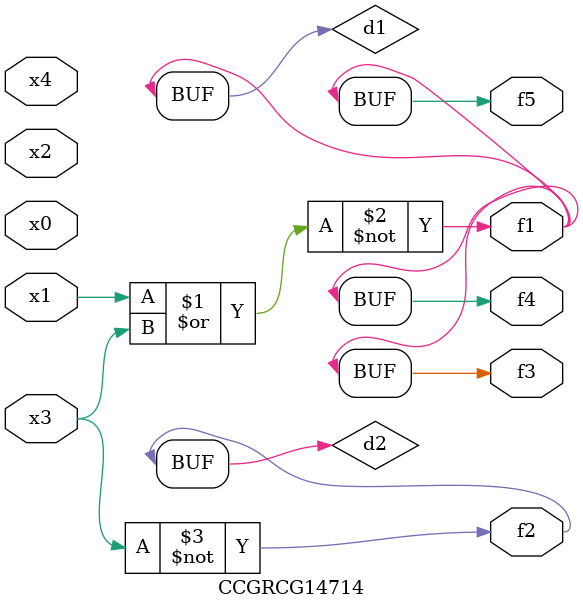
<source format=v>
module CCGRCG14714(
	input x0, x1, x2, x3, x4,
	output f1, f2, f3, f4, f5
);

	wire d1, d2;

	nor (d1, x1, x3);
	not (d2, x3);
	assign f1 = d1;
	assign f2 = d2;
	assign f3 = d1;
	assign f4 = d1;
	assign f5 = d1;
endmodule

</source>
